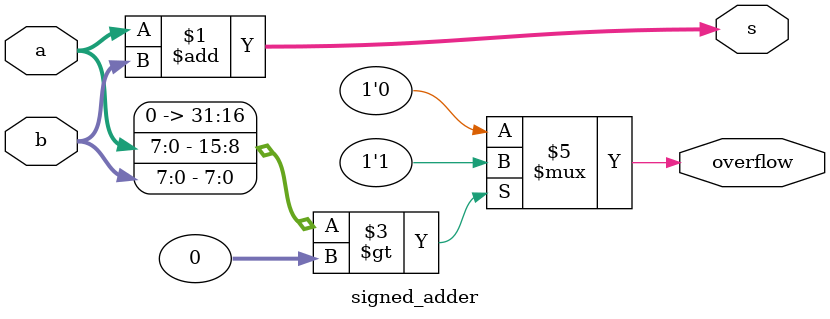
<source format=v>

module signed_adder(input [7:0] a,
    input [7:0] b,
    output [7:0] s,
    output overflow
); 

// The numbers a and b are added to the output s. 
// assign the occurence of the signed overflow of a and b to the output overflow.
// a signed overflow occurs if the most significant bits of a and b are low and the most significant bit of s is high
// a signed overflow may also occur if the most significant bits of a and b are high and the most significant bit of s is low


// always @ (a or b) begin
// 	if ({a,b} > 0) begin
// 	 s <= a + b;
// 	 end
// 	else if ({a,b} < 0) begin
// 	 s <= a - b;
// 	end
// 	else begin
// 	 s <= a;
// 	end
// end

assign s = a + b ;

always @ (a or b) begin
	if ({a, b} > 0) begin
	 overflow = 1'b1;
	 end
	else begin
	 overflow = 1'b0;
	 end
end 


endmodule

</source>
